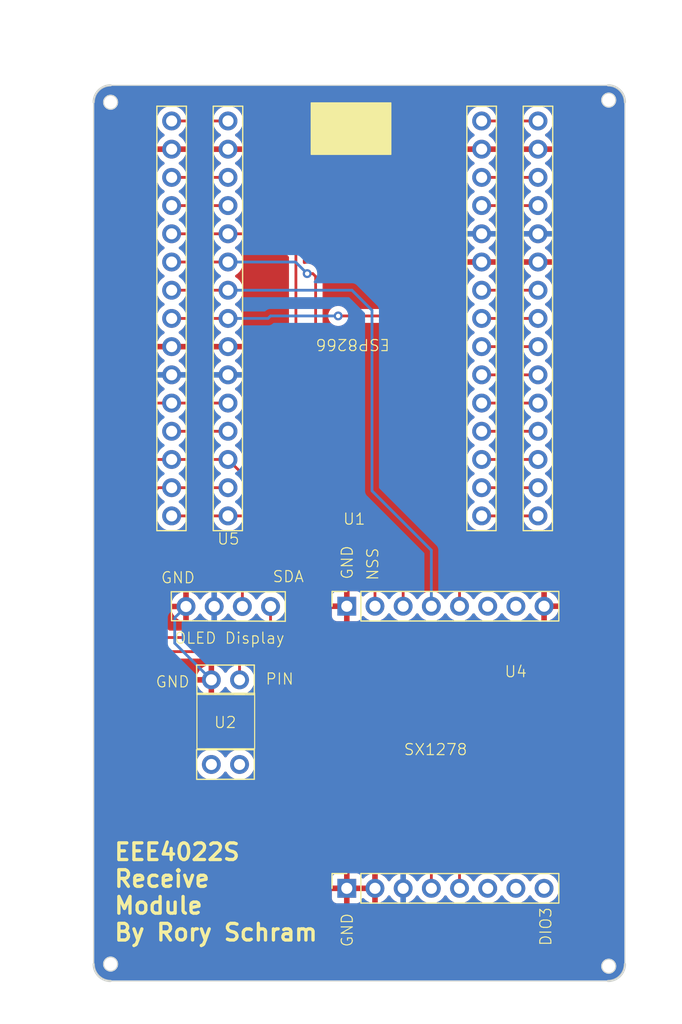
<source format=kicad_pcb>
(kicad_pcb (version 20221018) (generator pcbnew)
  (layers (0 "F.Cu" signal) (31 "B.Cu" signal) (34 "B.Paste" user) (35 "F.Paste" user) (36 "B.SilkS" user "B.Silkscreen") (37 "F.SilkS" user "F.Silkscreen") (38 "B.Mask" user) (39 "F.Mask" user) (44 "Edge.Cuts" user))
  (net 0 "")
  (net 1 "unconnected-(U1-A0-Pad1)")
  (net 2 "unconnected-(U1-RSV-Pad2)")
  (net 3 "unconnected-(U1-RSV-Pad3)")
  (net 4 "unconnected-(U1-SD3-Pad4)")
  (net 5 "unconnected-(U1-SD2-Pad5)")
  (net 6 "unconnected-(U1-SD1-Pad6)")
  (net 7 "unconnected-(U1-CMD-Pad7)")
  (net 8 "unconnected-(U1-SDO-Pad8)")
  (net 9 "unconnected-(U1-CLK-Pad9)")
  (net 10 "GND")
  (net 11 "3V3")
  (net 12 "unconnected-(U1-EN-Pad12)")
  (net 13 "unconnected-(U1-RST-Pad13)")
  (net 14 "unconnected-(U1-Vin-Pad15)")
  (net 15 "D0")
  (net 16 "D1")
  (net 17 "D2")
  (net 18 "unconnected-(U1-D3-Pad19)")
  (net 19 "D4")
  (net 20 "D5")
  (net 21 "D6")
  (net 22 "D7")
  (net 23 "D8")
  (net 24 "unconnected-(U1-RX-Pad27)")
  (net 25 "unconnected-(U1-TX-Pad28)")
  (net 26 "unconnected-(U1-3V3-Pad30)")
  (footprint "Custom:SX1278" (layer "F.Cu") (at 109.743 138.941 90)
    (fp_text reference "U4" (at 17.759 7.605 unlocked) (layer "F.SilkS") (effects (font (thickness 0.1))))
    (fp_text value "~" hide)
    (fp_text user "DIO3" (at -7 10.9 90 unlocked) (layer "F.SilkS") (effects (font (thickness 0.1)) (justify left bottom)))
    (fp_text user "SX1278" (at 10.16 -2.54 unlocked) (layer "F.SilkS") (effects (font (thickness 0.1)) (justify left bottom)))
    (fp_text user "GND" (at 26 -7 90 unlocked) (layer "F.SilkS") (effects (font (thickness 0.1)) (justify left bottom)))
    (fp_text user "GND" (at -7.1 -7 90 unlocked) (layer "F.SilkS") (effects (font (thickness 0.1)) (justify left bottom)))
    (fp_text user "NSS" (at 25.9 -4.7 90 unlocked) (layer "F.SilkS") (effects (font (thickness 0.1)) (justify left bottom)))
    (fp_line (start -3.08 -6.35) (end -3.08 11.49) (stroke (width 0.12)) (layer "F.SilkS"))
    (fp_line (start -3.08 -6.35) (end -0.42 -6.35) (stroke (width 0.12)) (layer "F.SilkS"))
    (fp_line (start -3.08 11.49) (end -0.42 11.49) (stroke (width 0.12)) (layer "F.SilkS"))
    (fp_line (start -1.75 -8.95) (end -0.42 -8.95) (stroke (width 0.12)) (layer "F.SilkS"))
    (fp_line (start -0.42 -8.95) (end -0.42 -7.62) (stroke (width 0.12)) (layer "F.SilkS"))
    (fp_line (start -0.42 -6.35) (end -0.42 11.49) (stroke (width 0.12)) (layer "F.SilkS"))
    (fp_line (start 22.32 -6.35) (end 22.32 11.49) (stroke (width 0.12)) (layer "F.SilkS"))
    (fp_line (start 22.32 -6.35) (end 24.98 -6.35) (stroke (width 0.12)) (layer "F.SilkS"))
    (fp_line (start 22.32 11.49) (end 24.98 11.49) (stroke (width 0.12)) (layer "F.SilkS"))
    (fp_line (start 23.65 -8.95) (end 24.98 -8.95) (stroke (width 0.12)) (layer "F.SilkS"))
    (fp_line (start 24.98 -8.95) (end 24.98 -7.62) (stroke (width 0.12)) (layer "F.SilkS"))
    (fp_line (start 24.98 -6.35) (end 24.98 11.49) (stroke (width 0.12)) (layer "F.SilkS"))
    (pad "1" thru_hole rect (at 23.65 -7.62 90) (size 1.7 1.7) (drill 1) (layers "*.Cu" "*.Mask") (net 10 "GND"))
    (pad "2" thru_hole oval (at 23.65 -5.08 90) (size 1.7 1.7) (drill 1) (layers "*.Cu" "*.Mask") (net 23 "D8"))
    (pad "3" thru_hole oval (at 23.65 -2.54 90) (size 1.7 1.7) (drill 1) (layers "*.Cu" "*.Mask") (net 22 "D7"))
    (pad "4" thru_hole oval (at 23.65 0 90) (size 1.7 1.7) (drill 1) (layers "*.Cu" "*.Mask") (net 21 "D6"))
    (pad "5" thru_hole oval (at 23.65 2.54 90) (size 1.7 1.7) (drill 1) (layers "*.Cu" "*.Mask") (net 20 "D5"))
    (pad "6" thru_hole oval (at 23.65 5.08 90) (size 1.7 1.7) (drill 1) (layers "*.Cu" "*.Mask"))
    (pad "7" thru_hole oval (at 23.65 7.62 90) (size 1.7 1.7) (drill 1) (layers "*.Cu" "*.Mask"))
    (pad "8" thru_hole oval (at 23.65 10.16 90) (size 1.7 1.7) (drill 1) (layers "*.Cu" "*.Mask") (net 10 "GND"))
    (pad "9" thru_hole rect (at -1.75 -7.62 90) (size 1.7 1.7) (drill 1) (layers "*.Cu" "*.Mask") (net 10 "GND"))
    (pad "10" thru_hole oval (at -1.75 -5.08 90) (size 1.7 1.7) (drill 1) (layers "*.Cu" "*.Mask") (net 10 "GND"))
    (pad "11" thru_hole oval (at -1.75 -2.54 90) (size 1.7 1.7) (drill 1) (layers "*.Cu" "*.Mask") (net 11 "3V3"))
    (pad "12" thru_hole oval (at -1.75 0 90) (size 1.7 1.7) (drill 1) (layers "*.Cu" "*.Mask") (net 15 "D0"))
    (pad "13" thru_hole oval (at -1.75 2.54 90) (size 1.7 1.7) (drill 1) (layers "*.Cu" "*.Mask") (net 17 "D2"))
    (pad "14" thru_hole oval (at -1.75 5.08 90) (size 1.7 1.7) (drill 1) (layers "*.Cu" "*.Mask"))
    (pad "15" thru_hole oval (at -1.75 7.62 90) (size 1.7 1.7) (drill 1) (layers "*.Cu" "*.Mask"))
    (pad "16" thru_hole oval (at -1.75 10.16 90) (size 1.7 1.7) (drill 1) (layers "*.Cu" "*.Mask"))
  )
  (footprint "Custom:ESP8266" (layer "F.Cu") (at 112.525 100.338 180)
    (fp_text reference "U1" (at 9.73 -7.104 unlocked) (layer "F.SilkS") (effects (font (thickness 0.1))))
    (fp_text value "~" hide)
    (fp_text user "ESP8266" (at 6.47 9.19 180 unlocked) (layer "F.SilkS") (effects (font (thickness 0.1)) (justify left bottom)))
    (fp_line (start -8.16 30.07) (end -5.5 30.07) (stroke (width 0.12)) (layer "F.SilkS"))
    (fp_line (start -8.13 -8.15) (end -8.16 30.07) (stroke (width 0.12)) (layer "F.SilkS"))
    (fp_line (start -8.13 -8.15) (end -5.5 -8.15) (stroke (width 0.12)) (layer "F.SilkS"))
    (fp_line (start -5.5 -8.15) (end -5.5 -5.55) (stroke (width 0.12)) (layer "F.SilkS"))
    (fp_line (start -5.5 -5.55) (end -5.5 30.07) (stroke (width 0.12)) (layer "F.SilkS"))
    (fp_line (start -3.08 30.07) (end -0.42 30.07) (stroke (width 0.12)) (layer "F.SilkS"))
    (fp_line (start -3.05 -8.15) (end -3.08 30.07) (stroke (width 0.12)) (layer "F.SilkS"))
    (fp_line (start -3.05 -8.15) (end -0.42 -8.15) (stroke (width 0.12)) (layer "F.SilkS"))
    (fp_line (start -0.42 -8.15) (end -0.42 -5.55) (stroke (width 0.12)) (layer "F.SilkS"))
    (fp_line (start -0.42 -5.55) (end -0.42 30.07) (stroke (width 0.12)) (layer "F.SilkS"))
    (fp_line (start 19.78 30.07) (end 22.44 30.07) (stroke (width 0.12)) (layer "F.SilkS"))
    (fp_line (start 19.81 -8.15) (end 19.78 30.07) (stroke (width 0.12)) (layer "F.SilkS"))
    (fp_line (start 19.81 -8.15) (end 22.44 -8.15) (stroke (width 0.12)) (layer "F.SilkS"))
    (fp_line (start 22.44 -8.15) (end 22.44 -5.55) (stroke (width 0.12)) (layer "F.SilkS"))
    (fp_line (start 22.44 -5.55) (end 22.44 30.07) (stroke (width 0.12)) (layer "F.SilkS"))
    (fp_line (start 24.86 30.07) (end 27.52 30.07) (stroke (width 0.12)) (layer "F.SilkS"))
    (fp_line (start 24.89 -8.15) (end 24.86 30.07) (stroke (width 0.12)) (layer "F.SilkS"))
    (fp_line (start 24.89 -8.15) (end 27.52 -8.15) (stroke (width 0.12)) (layer "F.SilkS"))
    (fp_line (start 27.52 -8.15) (end 27.52 -5.55) (stroke (width 0.12)) (layer "F.SilkS"))
    (fp_line (start 27.52 -5.55) (end 27.52 30.07) (stroke (width 0.12)) (layer "F.SilkS"))
    (fp_rect (start 6.43 25.73) (end 13.61 30.37) (stroke (width 0.1)) (fill solid) (layer "F.SilkS"))
    (pad "1" thru_hole oval (at -6.83 -6.82 180) (size 1.7 1.7) (drill 1) (layers "*.Cu" "*.Mask") (net 1 "unconnected-(U1-A0-Pad1)"))
    (pad "1" thru_hole oval (at -1.75 -6.82 180) (size 1.7 1.7) (drill 1) (layers "*.Cu" "*.Mask") (net 1 "unconnected-(U1-A0-Pad1)"))
    (pad "2" thru_hole oval (at -6.83 -4.28 180) (size 1.7 1.7) (drill 1) (layers "*.Cu" "*.Mask") (net 2 "unconnected-(U1-RSV-Pad2)"))
    (pad "2" thru_hole oval (at -1.75 -4.28 180) (size 1.7 1.7) (drill 1) (layers "*.Cu" "*.Mask") (net 2 "unconnected-(U1-RSV-Pad2)"))
    (pad "3" thru_hole oval (at -6.83 -1.74 180) (size 1.7 1.7) (drill 1) (layers "*.Cu" "*.Mask") (net 3 "unconnected-(U1-RSV-Pad3)"))
    (pad "3" thru_hole oval (at -1.75 -1.74 180) (size 1.7 1.7) (drill 1) (layers "*.Cu" "*.Mask") (net 3 "unconnected-(U1-RSV-Pad3)"))
    (pad "4" thru_hole oval (at -6.83 0.8 180) (size 1.7 1.7) (drill 1) (layers "*.Cu" "*.Mask") (net 4 "unconnected-(U1-SD3-Pad4)"))
    (pad "4" thru_hole oval (at -1.75 0.8 180) (size 1.7 1.7) (drill 1) (layers "*.Cu" "*.Mask") (net 4 "unconnected-(U1-SD3-Pad4)"))
    (pad "5" thru_hole oval (at -6.83 3.34 180) (size 1.7 1.7) (drill 1) (layers "*.Cu" "*.Mask") (net 5 "unconnected-(U1-SD2-Pad5)"))
    (pad "5" thru_hole oval (at -1.75 3.34 180) (size 1.7 1.7) (drill 1) (layers "*.Cu" "*.Mask") (net 5 "unconnected-(U1-SD2-Pad5)"))
    (pad "6" thru_hole oval (at -6.83 5.88 180) (size 1.7 1.7) (drill 1) (layers "*.Cu" "*.Mask") (net 6 "unconnected-(U1-SD1-Pad6)"))
    (pad "6" thru_hole oval (at -1.75 5.88 180) (size 1.7 1.7) (drill 1) (layers "*.Cu" "*.Mask") (net 6 "unconnected-(U1-SD1-Pad6)"))
    (pad "7" thru_hole oval (at -6.83 8.42 180) (size 1.7 1.7) (drill 1) (layers "*.Cu" "*.Mask") (net 7 "unconnected-(U1-CMD-Pad7)"))
    (pad "7" thru_hole oval (at -1.75 8.42 180) (size 1.7 1.7) (drill 1) (layers "*.Cu" "*.Mask") (net 7 "unconnected-(U1-CMD-Pad7)"))
    (pad "8" thru_hole oval (at -6.83 10.96 180) (size 1.7 1.7) (drill 1) (layers "*.Cu" "*.Mask") (net 8 "unconnected-(U1-SDO-Pad8)"))
    (pad "8" thru_hole oval (at -1.75 10.96 180) (size 1.7 1.7) (drill 1) (layers "*.Cu" "*.Mask") (net 8 "unconnected-(U1-SDO-Pad8)"))
    (pad "9" thru_hole oval (at -6.83 13.5 180) (size 1.7 1.7) (drill 1) (layers "*.Cu" "*.Mask") (net 9 "unconnected-(U1-CLK-Pad9)"))
    (pad "9" thru_hole oval (at -1.75 13.5 180) (size 1.7 1.7) (drill 1) (layers "*.Cu" "*.Mask") (net 9 "unconnected-(U1-CLK-Pad9)"))
    (pad "10" thru_hole oval (at -6.83 16.04 180) (size 1.7 1.7) (drill 1) (layers "*.Cu" "*.Mask") (net 10 "GND"))
    (pad "10" thru_hole oval (at -1.75 16.04 180) (size 1.7 1.7) (drill 1) (layers "*.Cu" "*.Mask") (net 10 "GND"))
    (pad "11" thru_hole oval (at -6.83 18.58 180) (size 1.7 1.7) (drill 1) (layers "*.Cu" "*.Mask") (net 11 "3V3"))
    (pad "11" thru_hole oval (at -1.75 18.58 180) (size 1.7 1.7) (drill 1) (layers "*.Cu" "*.Mask") (net 11 "3V3"))
    (pad "12" thru_hole oval (at -6.83 21.12 180) (size 1.7 1.7) (drill 1) (layers "*.Cu" "*.Mask") (net 12 "unconnected-(U1-EN-Pad12)"))
    (pad "12" thru_hole oval (at -1.75 21.12 180) (size 1.7 1.7) (drill 1) (layers "*.Cu" "*.Mask") (net 12 "unconnected-(U1-EN-Pad12)"))
    (pad "13" thru_hole oval (at -6.83 23.66 180) (size 1.7 1.7) (drill 1) (layers "*.Cu" "*.Mask") (net 13 "unconnected-(U1-RST-Pad13)"))
    (pad "13" thru_hole oval (at -1.75 23.66 180) (size 1.7 1.7) (drill 1) (layers "*.Cu" "*.Mask") (net 13 "unconnected-(U1-RST-Pad13)"))
    (pad "14" thru_hole oval (at -6.83 26.2 180) (size 1.7 1.7) (drill 1) (layers "*.Cu" "*.Mask") (net 10 "GND"))
    (pad "14" thru_hole oval (at -1.75 26.2 180) (size 1.7 1.7) (drill 1) (layers "*.Cu" "*.Mask") (net 10 "GND"))
    (pad "15" thru_hole oval (at -6.83 28.74 180) (size 1.7 1.7) (drill 1) (layers "*.Cu" "*.Mask") (net 14 "unconnected-(U1-Vin-Pad15)"))
    (pad "15" thru_hole oval (at -1.75 28.74 180) (size 1.7 1.7) (drill 1) (layers "*.Cu" "*.Mask") (net 14 "unconnected-(U1-Vin-Pad15)"))
    (pad "16" thru_hole oval (at 21.11 -6.82 180) (size 1.7 1.7) (drill 1) (layers "*.Cu" "*.Mask") (net 15 "D0"))
    (pad "16" thru_hole oval (at 26.19 -6.82 180) (size 1.7 1.7) (drill 1) (layers "*.Cu" "*.Mask") (net 15 "D0"))
    (pad "17" thru_hole oval (at 21.11 -4.28 180) (size 1.7 1.7) (drill 1) (layers "*.Cu" "*.Mask") (net 16 "D1"))
    (pad "17" thru_hole oval (at 26.19 -4.28 180) (size 1.7 1.7) (drill 1) (layers "*.Cu" "*.Mask") (net 16 "D1"))
    (pad "18" thru_hole oval (at 21.11 -1.74 180) (size 1.7 1.7) (drill 1) (layers "*.Cu" "*.Mask") (net 17 "D2"))
    (pad "18" thru_hole oval (at 26.19 -1.74 180) (size 1.7 1.7) (drill 1) (layers "*.Cu" "*.Mask") (net 17 "D2"))
    (pad "19" thru_hole oval (at 21.11 0.8 180) (size 1.7 1.7) (drill 1) (layers "*.Cu" "*.Mask") (net 18 "unconnected-(U1-D3-Pad19)"))
    (pad "19" thru_hole oval (at 26.19 0.8 180) (size 1.7 1.7) (drill 1) (layers "*.Cu" "*.Mask") (net 18 "unconnected-(U1-D3-Pad19)"))
    (pad "20" thru_hole oval (at 21.11 3.34 180) (size 1.7 1.7) (drill 1) (layers "*.Cu" "*.Mask") (net 19 "D4"))
    (pad "20" thru_hole oval (at 26.19 3.34 180) (size 1.7 1.7) (drill 1) (layers "*.Cu" "*.Mask") (net 19 "D4"))
    (pad "21" thru_hole oval (at 21.11 5.88 180) (size 1.7 1.7) (drill 1) (layers "*.Cu" "*.Mask") (net 11 "3V3"))
    (pad "21" thru_hole oval (at 26.19 5.88 180) (size 1.7 1.7) (drill 1) (layers "*.Cu" "*.Mask") (net 11 "3V3"))
    (pad "22" thru_hole oval (at 21.11 8.42 180) (size 1.7 1.7) (drill 1) (layers "*.Cu" "*.Mask") (net 10 "GND"))
    (pad "22" thru_hole oval (at 26.19 8.42 180) (size 1.7 1.7) (drill 1) (layers "*.Cu" "*.Mask") (net 10 "GND"))
    (pad "23" thru_hole oval (at 21.11 10.96 180) (size 1.7 1.7) (drill 1) (layers "*.Cu" "*.Mask") (net 20 "D5"))
    (pad "23" thru_hole oval (at 26.19 10.96 180) (size 1.7 1.7) (drill 1) (layers "*.Cu" "*.Mask") (net 20 "D5"))
    (pad "24" thru_hole oval (at 21.11 13.5 180) (size 1.7 1.7) (drill 1) (layers "*.Cu" "*.Mask") (net 21 "D6"))
    (pad "24" thru_hole oval (at 26.19 13.5 180) (size 1.7 1.7) (drill 1) (layers "*.Cu" "*.Mask") (net 21 "D6"))
    (pad "25" thru_hole oval (at 21.11 16.04 180) (size 1.7 1.7) (drill 1) (layers "*.Cu" "*.Mask") (net 22 "D7"))
    (pad "25" thru_hole oval (at 26.19 16.04 180) (size 1.7 1.7) (drill 1) (layers "*.Cu" "*.Mask") (net 22 "D7"))
    (pad "26" thru_hole oval (at 21.11 18.58 180) (size 1.7 1.7) (drill 1) (layers "*.Cu" "*.Mask") (net 23 "D8"))
    (pad "26" thru_hole oval (at 26.19 18.58 180) (size 1.7 1.7) (drill 1) (layers "*.Cu" "*.Mask") (net 23 "D8"))
    (pad "27" thru_hole oval (at 21.11 21.12 180) (size 1.7 1.7) (drill 1) (layers "*.Cu" "*.Mask") (net 24 "unconnected-(U1-RX-Pad27)"))
    (pad "27" thru_hole oval (at 26.19 21.12 180) (size 1.7 1.7) (drill 1) (layers "*.Cu" "*.Mask") (net 24 "unconnected-(U1-RX-Pad27)"))
    (pad "28" thru_hole oval (at 21.11 23.66 180) (size 1.7 1.7) (drill 1) (layers "*.Cu" "*.Mask") (net 25 "unconnected-(U1-TX-Pad28)"))
    (pad "28" thru_hole oval (at 26.19 23.66 180) (size 1.7 1.7) (drill 1) (layers "*.Cu" "*.Mask") (net 25 "unconnected-(U1-TX-Pad28)"))
    (pad "29" thru_hole oval (at 21.11 26.2 180) (size 1.7 1.7) (drill 1) (layers "*.Cu" "*.Mask") (net 10 "GND"))
    (pad "29" thru_hole oval (at 26.19 26.2 180) (size 1.7 1.7) (drill 1) (layers "*.Cu" "*.Mask") (net 10 "GND"))
    (pad "30" thru_hole oval (at 21.11 28.74 180) (size 1.7 1.7) (drill 1) (layers "*.Cu" "*.Mask") (net 26 "unconnected-(U1-3V3-Pad30)"))
    (pad "30" thru_hole oval (at 26.19 28.74 180) (size 1.7 1.7) (drill 1) (layers "*.Cu" "*.Mask") (net 26 "unconnected-(U1-3V3-Pad30)"))
  )
  (footprint "Custom:Push Button" (layer "F.Cu") (at 91.216 123.72)
    (fp_text reference "U2" (at -0.05 2.035 unlocked) (layer "F.SilkS") (effects (font (thickness 0.1))))
    (fp_text value "Navigator Button")
    (fp_text user "GND" (at -6.38 -1.038 unlocked) (layer "F.SilkS") (effects (font (thickness 0.1)) (justify left bottom)))
    (fp_text user "PIN" (at 3.526 -1.292 unlocked) (layer "F.SilkS") (effects (font (thickness 0.1)) (justify left bottom)))
    (fp_line (start -2.63 -3.13) (end -1.3 -3.13) (stroke (width 0.12)) (layer "F.SilkS"))
    (fp_line (start -2.63 4.49) (end -1.3 4.49) (stroke (width 0.12)) (layer "F.SilkS"))
    (fp_line (start -2.62 7.16) (end -2.63 4.49) (stroke (width 0.12)) (layer "F.SilkS"))
    (fp_line (start -2.62 7.16) (end 2.57 7.15) (stroke (width 0.12)) (layer "F.SilkS"))
    (fp_line (start -2.6 -0.49) (end -2.63 -3.13) (stroke (width 0.12)) (layer "F.SilkS"))
    (fp_line (start -2.6 -0.49) (end 2.57 -0.47) (stroke (width 0.12)) (layer "F.SilkS"))
    (fp_line (start -1.3 -3.13) (end 2.57 -3.13) (stroke (width 0.12)) (layer "F.SilkS"))
    (fp_line (start -1.3 4.49) (end 2.57 4.49) (stroke (width 0.12)) (layer "F.SilkS"))
    (fp_line (start 2.57 -0.47) (end 2.57 -3.13) (stroke (width 0.12)) (layer "F.SilkS"))
    (fp_line (start 2.57 7.15) (end 2.57 4.49) (stroke (width 0.12)) (layer "F.SilkS"))
    (fp_rect (start -2.6 -0.6) (end 2.6 4.4) (stroke (width 0.1)) (fill none) (layer "F.SilkS"))
    (pad "" thru_hole oval (at -1.3 5.82 90) (size 1.7 1.7) (drill 1) (layers "*.Cu" "*.Mask"))
    (pad "" thru_hole oval (at 1.24 5.82 90) (size 1.7 1.7) (drill 1) (layers "*.Cu" "*.Mask"))
    (pad "1" thru_hole oval (at -1.3 -1.8 90) (size 1.7 1.7) (drill 1) (layers "*.Cu" "*.Mask") (net 10 "GND"))
    (pad "2" thru_hole oval (at 1.24 -1.8 90) (size 1.7 1.7) (drill 1) (layers "*.Cu" "*.Mask") (net 19 "D4"))
  )
  (footprint "Custom:OLED Display" (layer "F.Cu") (at 91.46 104.656)
    (fp_text reference "U5" (at -0.01 4.58 unlocked) (layer "F.SilkS") (effects (font (thickness 0.1))))
    (fp_text value "~")
    (fp_text user "GND" (at -6.14 8.65 unlocked) (layer "F.SilkS") (effects (font (thickness 0.1)) (justify left bottom)))
    (fp_text user "OLED Display" (at -4.92 14.09 unlocked) (layer "F.SilkS") (effects (font (thickness 0.1)) (justify left bottom)))
    (fp_text user "SDA" (at 3.92 8.55 unlocked) (layer "F.SilkS") (effects (font (thickness 0.1)) (justify left bottom)))
    (fp_line (start -5.16 9.33) (end -2.56 9.33) (stroke (width 0.12)) (layer "F.SilkS"))
    (fp_line (start -5.13 11.94) (end -5.16 9.33) (stroke (width 0.12)) (layer "F.SilkS"))
    (fp_line (start -5.13 11.94) (end 5.12 11.99) (stroke (width 0.12)) (layer "F.SilkS"))
    (fp_line (start -2.56 9.33) (end 5.12 9.33) (stroke (width 0.12)) (layer "F.SilkS"))
    (fp_line (start 5.12 11.99) (end 5.12 9.33) (stroke (width 0.12)) (layer "F.SilkS"))
    (pad "1" thru_hole oval (at -3.83 10.66 90) (size 1.7 1.7) (drill 1) (layers "*.Cu" "*.Mask") (net 10 "GND"))
    (pad "2" thru_hole oval (at -1.29 10.66 90) (size 1.7 1.7) (drill 1) (layers "*.Cu" "*.Mask") (net 11 "3V3"))
    (pad "3" thru_hole oval (at 1.25 10.66 90) (size 1.7 1.7) (drill 1) (layers "*.Cu" "*.Mask") (net 16 "D1"))
    (pad "4" thru_hole oval (at 3.79 10.66 90) (size 1.7 1.7) (drill 1) (layers "*.Cu" "*.Mask") (net 17 "D2"))
  )
  (gr_circle (center 125.73 69.719262) (end 126.176371 70.165631) (stroke (width 0.1)) (fill none) (layer "Edge.Cuts"))
  (gr_circle (center 80.833629 69.911631) (end 81.28 70.358) (stroke (width 0.1)) (fill none) (layer "Edge.Cuts"))
  (gr_arc (start 79.309631 69.911631) (mid 79.756 68.834001) (end 80.833631 68.387631) (stroke (width 0.2)) (layer "Edge.Cuts"))
  (gr_line (start 125.668369 68.387631) (end 80.833631 68.387631) (stroke (width 0.1)) (layer "Edge.Cuts"))
  (gr_arc (start 80.833631 149.036369) (mid 79.756001 148.59) (end 79.309631 147.512369) (stroke (width 0.2)) (layer "Edge.Cuts"))
  (gr_arc (start 125.668369 68.387631) (mid 126.745999 68.834) (end 127.192369 69.911631) (stroke (width 0.2)) (layer "Edge.Cuts"))
  (gr_circle (center 80.833631 147.512371) (end 81.280002 147.95874) (stroke (width 0.1)) (fill none) (layer "Edge.Cuts"))
  (gr_circle (center 125.73 147.704738) (end 126.176371 148.151107) (stroke (width 0.1)) (fill none) (layer "Edge.Cuts"))
  (gr_line (start 127.192369 147.512369) (end 127.192369 69.911631) (stroke (width 0.1)) (layer "Edge.Cuts"))
  (gr_arc (start 127.192369 147.512369) (mid 126.746 148.589999) (end 125.668369 149.036369) (stroke (width 0.2)) (layer "Edge.Cuts"))
  (gr_line (start 80.833631 149.036369) (end 125.668369 149.036369) (stroke (width 0.1)) (layer "Edge.Cuts"))
  (gr_line (start 79.309631 69.911631) (end 79.309631 147.512369) (stroke (width 0.1)) (layer "Edge.Cuts"))
  (gr_text "EEE4022S\nReceive\nModule\nBy Rory Schram" (at 81.026 145.542) (layer "F.SilkS") (effects (font (size 1.5 1.5) (thickness 0.3) bold) (justify left bottom)))
  (segment (start 114.275 107.158) (end 119.355 107.158) (width 0.25) (layer "F.Cu") (net 1))
  (segment (start 114.275 104.618) (end 119.355 104.618) (width 0.25) (layer "F.Cu") (net 2))
  (segment (start 114.275 102.078) (end 119.355 102.078) (width 0.25) (layer "F.Cu") (net 3))
  (segment (start 114.275 99.538) (end 119.355 99.538) (width 0.25) (layer "F.Cu") (net 4))
  (segment (start 114.275 96.998) (end 119.355 96.998) (width 0.25) (layer "F.Cu") (net 5))
  (segment (start 114.275 94.458) (end 119.355 94.458) (width 0.25) (layer "F.Cu") (net 6))
  (segment (start 114.275 91.918) (end 119.355 91.918) (width 0.25) (layer "F.Cu") (net 7))
  (segment (start 114.275 89.378) (end 119.355 89.378) (width 0.25) (layer "F.Cu") (net 8))
  (segment (start 114.275 86.838) (end 119.355 86.838) (width 0.25) (layer "F.Cu") (net 9))
  (segment (start 86.614 118.618) (end 89.916 121.92) (width 0.25) (layer "B.Cu") (net 10))
  (segment (start 87.63 115.316) (end 86.614 116.332) (width 0.25) (layer "B.Cu") (net 10))
  (segment (start 86.614 116.332) (end 86.614 118.618) (width 0.25) (layer "B.Cu") (net 10))
  (segment (start 114.275 79.218) (end 119.355 79.218) (width 0.25) (layer "F.Cu") (net 12))
  (segment (start 114.275 76.678) (end 119.355 76.678) (width 0.25) (layer "F.Cu") (net 13))
  (segment (start 114.275 71.598) (end 119.355 71.598) (width 0.25) (layer "F.Cu") (net 14))
  (segment (start 86.335 107.158) (end 91.415 107.158) (width 0.25) (layer "F.Cu") (net 15))
  (segment (start 109.743 140.691) (end 109.743 138.699) (width 0.25) (layer "F.Cu") (net 15))
  (segment (start 109.743 138.699) (end 97.536 126.492) (width 0.25) (layer "F.Cu") (net 15))
  (segment (start 97.536 109.728) (end 94.966 107.158) (width 0.25) (layer "F.Cu") (net 15))
  (segment (start 97.536 126.492) (end 97.536 109.728) (width 0.25) (layer "F.Cu") (net 15))
  (segment (start 94.966 107.158) (end 91.415 107.158) (width 0.25) (layer "F.Cu") (net 15))
  (segment (start 83.82 110.49) (end 83.82 105.918) (width 0.25) (layer "F.Cu") (net 16))
  (segment (start 92.202 112.522) (end 85.852 112.522) (width 0.25) (layer "F.Cu") (net 16))
  (segment (start 92.71 115.316) (end 92.71 113.03) (width 0.25) (layer "F.Cu") (net 16))
  (segment (start 85.852 112.522) (end 83.82 110.49) (width 0.25) (layer "F.Cu") (net 16))
  (segment (start 86.335 104.618) (end 91.415 104.618) (width 0.25) (layer "F.Cu") (net 16))
  (segment (start 92.71 113.03) (end 92.202 112.522) (width 0.25) (layer "F.Cu") (net 16))
  (segment (start 83.82 105.918) (end 85.12 104.618) (width 0.25) (layer "F.Cu") (net 16))
  (segment (start 85.12 104.618) (end 86.335 104.618) (width 0.25) (layer "F.Cu") (net 16))
  (segment (start 95.25 117.856) (end 94.996 118.11) (width 0.25) (layer "F.Cu") (net 17))
  (segment (start 112.283 140.691) (end 112.283 138.699) (width 0.25) (layer "F.Cu") (net 17))
  (segment (start 99.568 109.22) (end 96.012 105.664) (width 0.25) (layer "F.Cu") (net 17))
  (segment (start 86.335 102.078) (end 91.415 102.078) (width 0.25) (layer "F.Cu") (net 17))
  (segment (start 99.568 125.984) (end 99.568 109.22) (width 0.25) (layer "F.Cu") (net 17))
  (segment (start 112.283 138.699) (end 99.568 125.984) (width 0.25) (layer "F.Cu") (net 17))
  (segment (start 95.25 115.316) (end 95.25 117.856) (width 0.25) (layer "F.Cu") (net 17))
  (segment (start 84.358 102.078) (end 86.335 102.078) (width 0.25) (layer "F.Cu") (net 17))
  (segment (start 94.996 118.11) (end 85.852 118.11) (width 0.25) (layer "F.Cu") (net 17))
  (segment (start 95.001 105.664) (end 96.012 105.664) (width 0.25) (layer "F.Cu") (net 17))
  (segment (start 82.804 115.062) (end 82.804 103.632) (width 0.25) (layer "F.Cu") (net 17))
  (segment (start 91.415 102.078) (end 95.001 105.664) (width 0.25) (layer "F.Cu") (net 17))
  (segment (start 82.804 103.632) (end 84.358 102.078) (width 0.25) (layer "F.Cu") (net 17))
  (segment (start 85.852 118.11) (end 82.804 115.062) (width 0.25) (layer "F.Cu") (net 17))
  (segment (start 91.415 99.538) (end 86.335 99.538) (width 0.25) (layer "F.Cu") (net 18))
  (segment (start 81.788 100.076) (end 84.866 96.998) (width 0.25) (layer "F.Cu") (net 19))
  (segment (start 92.456 121.92) (end 92.456 119.888) (width 0.25) (layer "F.Cu") (net 19))
  (segment (start 92.456 119.888) (end 91.948 119.38) (width 0.25) (layer "F.Cu") (net 19))
  (segment (start 81.788 117.094) (end 81.788 100.076) (width 0.25) (layer "F.Cu") (net 19))
  (segment (start 84.074 119.38) (end 81.788 117.094) (width 0.25) (layer "F.Cu") (net 19))
  (segment (start 91.948 119.38) (end 84.074 119.38) (width 0.25) (layer "F.Cu") (net 19))
  (segment (start 86.335 96.998) (end 91.415 96.998) (width 0.25) (layer "F.Cu") (net 19))
  (segment (start 84.866 96.998) (end 86.335 96.998) (width 0.25) (layer "F.Cu") (net 19))
  (segment (start 86.335 89.378) (end 91.415 89.378) (width 0.25) (layer "F.Cu") (net 20))
  (segment (start 112.283 110.251) (end 110.236 108.204) (width 0.25) (layer "F.Cu") (net 20))
  (segment (start 108.712 89.154) (end 101.346 89.154) (width 0.25) (layer "F.Cu") (net 20))
  (segment (start 112.283 115.291) (end 112.283 110.251) (width 0.25) (layer "F.Cu") (net 20))
  (segment (start 110.236 90.678) (end 108.712 89.154) (width 0.25) (layer "F.Cu") (net 20))
  (segment (start 110.236 108.204) (end 110.236 90.678) (width 0.25) (layer "F.Cu") (net 20))
  (via (at 101.346 89.154) (size 0.8) (drill 0.4) (layers "F.Cu" "B.Cu") (net 20))
  (segment (start 95.25 89.154) (end 101.346 89.154) (width 0.25) (layer "B.Cu") (net 20))
  (segment (start 91.415 89.378) (end 95.026 89.378) (width 0.25) (layer "B.Cu") (net 20))
  (segment (start 95.026 89.378) (end 95.25 89.154) (width 0.25) (layer "B.Cu") (net 20))
  (segment (start 86.335 86.838) (end 91.415 86.838) (width 0.25) (layer "F.Cu") (net 21))
  (segment (start 109.743 115.291) (end 109.743 110.251) (width 0.25) (layer "B.Cu") (net 21))
  (segment (start 109.743 110.251) (end 104.394 104.902) (width 0.25) (layer "B.Cu") (net 21))
  (segment (start 104.394 104.902) (end 104.394 88.646) (width 0.25) (layer "B.Cu") (net 21))
  (segment (start 102.586 86.838) (end 91.415 86.838) (width 0.25) (layer "B.Cu") (net 21))
  (segment (start 104.394 88.646) (end 102.586 86.838) (width 0.25) (layer "B.Cu") (net 21))
  (segment (start 99.314 97.79) (end 99.314 91.694) (width 0.25) (layer "F.Cu") (net 22))
  (segment (start 103.886 107.696) (end 99.314 103.124) (width 0.25) (layer "F.Cu") (net 22))
  (segment (start 99.314 85.598) (end 99.06 85.344) (width 0.25) (layer "F.Cu") (net 22))
  (segment (start 99.314 103.124) (end 99.314 97.79) (width 0.25) (layer "F.Cu") (net 22))
  (segment (start 86.335 84.298) (end 91.415 84.298) (width 0.25) (layer "F.Cu") (net 22))
  (segment (start 107.203 111.013) (end 103.886 107.696) (width 0.25) (layer "F.Cu") (net 22))
  (segment (start 99.06 85.344) (end 98.552 85.344) (width 0.25) (layer "F.Cu") (net 22))
  (segment (start 107.203 115.291) (end 107.203 111.013) (width 0.25) (layer "F.Cu") (net 22))
  (segment (start 99.314 91.694) (end 99.314 85.598) (width 0.25) (layer "F.Cu") (net 22))
  (via (at 98.552 85.344) (size 0.8) (drill 0.4) (layers "F.Cu" "B.Cu") (net 22))
  (segment (start 97.506 84.298) (end 91.415 84.298) (width 0.25) (layer "B.Cu") (net 22))
  (segment (start 98.552 85.344) (end 97.506 84.298) (width 0.25) (layer "B.Cu") (net 22))
  (segment (start 95.728 81.758) (end 91.415 81.758) (width 0.25) (layer "F.Cu") (net 23))
  (segment (start 97.536 83.566) (end 95.728 81.758) (width 0.25) (layer "F.Cu") (net 23))
  (segment (start 97.536 104.14) (end 97.536 83.566) (width 0.25) (layer "F.Cu") (net 23))
  (segment (start 86.335 81.758) (end 91.415 81.758) (width 0.25) (layer "F.Cu") (net 23))
  (segment (start 104.663 115.291) (end 104.663 111.267) (width 0.25) (layer "F.Cu") (net 23))
  (segment (start 104.663 111.267) (end 97.536 104.14) (width 0.25) (layer "F.Cu") (net 23))
  (segment (start 86.335 79.218) (end 91.415 79.218) (width 0.25) (layer "F.Cu") (net 24))
  (segment (start 86.335 76.678) (end 91.415 76.678) (width 0.25) (layer "F.Cu") (net 25))
  (segment (start 86.335 71.598) (end 91.415 71.598) (width 0.25) (layer "F.Cu") (net 26))
  (zone (net 10) (net_name "GND") (layer "F.Cu") (connect_pads (clearance 0.5)) (min_thickness 0.25) (fill yes (thermal_gap 0.5) (thermal_bridge_width 0.5))
    (polygon (pts (xy 77.47 62.484) (xy 129.54 62.484) (xy 130.048 150.876) (xy 74.676 151.892) (xy 75.946 67.818)))
  )
  (zone (net 11) (net_name "3V3") (layer "B.Cu") (priority 1) (connect_pads (clearance 0.5)) (min_thickness 0.25) (fill yes (thermal_gap 0.5) (thermal_bridge_width 0.5))
    (polygon (pts (xy 75.184 60.706) (xy 132.334 60.706) (xy 130.81 152.4) (xy 70.866 152.908) (xy 72.898 64.008)))
  )
)
</source>
